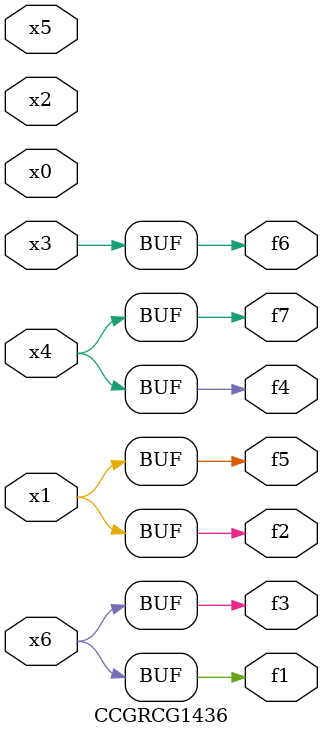
<source format=v>
module CCGRCG1436(
	input x0, x1, x2, x3, x4, x5, x6,
	output f1, f2, f3, f4, f5, f6, f7
);
	assign f1 = x6;
	assign f2 = x1;
	assign f3 = x6;
	assign f4 = x4;
	assign f5 = x1;
	assign f6 = x3;
	assign f7 = x4;
endmodule

</source>
